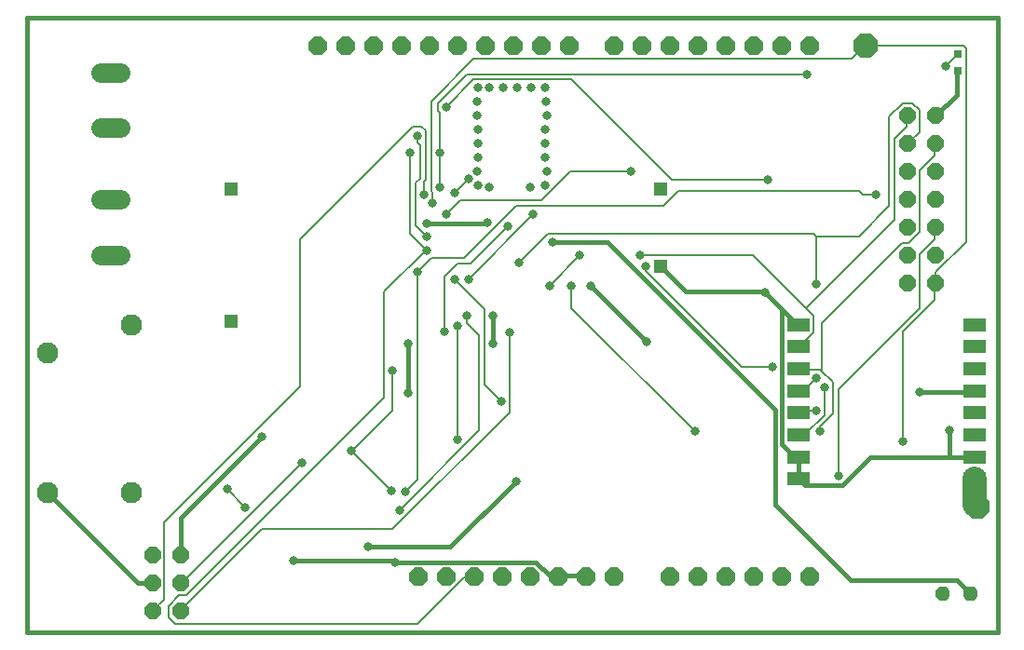
<source format=gtl>
G75*
%MOIN*%
%OFA0B0*%
%FSLAX25Y25*%
%IPPOS*%
%LPD*%
%AMOC8*
5,1,8,0,0,1.08239X$1,22.5*
%
%ADD10C,0.01600*%
%ADD11R,0.03150X0.03150*%
%ADD12R,0.07874X0.05118*%
%ADD13OC8,0.08500*%
%ADD14OC8,0.06600*%
%ADD15C,0.07050*%
%ADD16OC8,0.06000*%
%ADD17C,0.01040*%
%ADD18R,0.05150X0.05150*%
%ADD19C,0.07677*%
%ADD20C,0.03169*%
%ADD21C,0.00800*%
%ADD22C,0.08600*%
D10*
X0001800Y0005000D02*
X0349300Y0005000D01*
X0349300Y0225000D01*
X0001800Y0225000D01*
X0001800Y0005000D01*
X0041662Y0022717D02*
X0009674Y0054705D01*
X0009300Y0054921D01*
X0056918Y0045846D02*
X0056918Y0032559D01*
X0056800Y0032500D01*
X0046800Y0022500D02*
X0046583Y0022717D01*
X0041662Y0022717D01*
X0056918Y0045846D02*
X0085954Y0074882D01*
X0138119Y0090630D02*
X0138119Y0108346D01*
X0168631Y0108346D02*
X0168631Y0118189D01*
X0203572Y0129016D02*
X0223749Y0108839D01*
X0237528Y0127047D02*
X0228670Y0135906D01*
X0228572Y0136063D01*
X0237528Y0127047D02*
X0265580Y0127047D01*
X0266072Y0126555D01*
X0272469Y0120157D01*
X0271977Y0119665D01*
X0271977Y0072421D01*
X0275914Y0068484D01*
X0277391Y0068484D01*
X0277804Y0067815D01*
X0277883Y0067500D01*
X0277883Y0060610D01*
X0277804Y0059941D01*
X0278375Y0059626D01*
X0280343Y0057657D01*
X0293631Y0057657D01*
X0303473Y0067500D01*
X0332017Y0067500D01*
X0332017Y0077343D01*
X0332017Y0067500D02*
X0340383Y0067500D01*
X0340796Y0067815D01*
X0340875Y0067992D01*
X0340383Y0091122D02*
X0321190Y0091122D01*
X0340383Y0091122D02*
X0340796Y0091437D01*
X0277883Y0115236D02*
X0277804Y0115059D01*
X0277391Y0115236D01*
X0272469Y0120157D01*
X0269517Y0084724D02*
X0269517Y0050768D01*
X0296583Y0023701D01*
X0334477Y0023701D01*
X0338906Y0019272D01*
X0339250Y0019016D01*
X0277804Y0059941D02*
X0277883Y0060118D01*
X0269517Y0084724D02*
X0209477Y0144764D01*
X0189792Y0144764D01*
X0166662Y0151654D02*
X0166170Y0151161D01*
X0145009Y0151161D01*
X0176997Y0059134D02*
X0153375Y0035512D01*
X0123847Y0035512D01*
X0133198Y0030591D02*
X0133690Y0030098D01*
X0183887Y0030098D01*
X0188808Y0025177D01*
X0191269Y0025177D01*
X0191800Y0025000D01*
X0192253Y0025177D01*
X0201603Y0025177D01*
X0201800Y0025000D01*
X0133198Y0030591D02*
X0097272Y0030591D01*
X0326800Y0190000D02*
X0327095Y0190039D01*
X0334477Y0197421D01*
X0334477Y0205787D01*
X0334871Y0206063D01*
D11*
X0334871Y0206063D03*
X0334871Y0211969D03*
D12*
X0340796Y0115059D03*
X0340796Y0107185D03*
X0340796Y0099311D03*
X0340796Y0091437D03*
X0340796Y0083563D03*
X0340796Y0075689D03*
X0340796Y0067815D03*
X0340796Y0059941D03*
X0277804Y0059941D03*
X0277804Y0067815D03*
X0277804Y0075689D03*
X0277804Y0083563D03*
X0277804Y0091437D03*
X0277804Y0099311D03*
X0277804Y0107185D03*
X0277804Y0115059D03*
D13*
X0341800Y0050000D03*
X0301800Y0215000D03*
D14*
X0281800Y0215000D03*
X0271800Y0215000D03*
X0261800Y0215000D03*
X0251800Y0215000D03*
X0241800Y0215000D03*
X0231800Y0215000D03*
X0221800Y0215000D03*
X0211800Y0215000D03*
X0195800Y0215000D03*
X0185800Y0215000D03*
X0175800Y0215000D03*
X0165800Y0215000D03*
X0155800Y0215000D03*
X0145800Y0215000D03*
X0135800Y0215000D03*
X0125800Y0215000D03*
X0115800Y0215000D03*
X0105800Y0215000D03*
X0141800Y0025000D03*
X0151800Y0025000D03*
X0161800Y0025000D03*
X0171800Y0025000D03*
X0181800Y0025000D03*
X0191800Y0025000D03*
X0201800Y0025000D03*
X0211800Y0025000D03*
X0231800Y0025000D03*
X0241800Y0025000D03*
X0251800Y0025000D03*
X0261800Y0025000D03*
X0271800Y0025000D03*
X0281800Y0025000D03*
D15*
X0035325Y0140157D02*
X0028275Y0140157D01*
X0028275Y0159843D02*
X0035325Y0159843D01*
X0035325Y0185551D02*
X0028275Y0185551D01*
X0028275Y0205236D02*
X0035325Y0205236D01*
D16*
X0046800Y0032500D03*
X0056800Y0032500D03*
X0056800Y0022500D03*
X0046800Y0022500D03*
X0046800Y0012500D03*
X0056800Y0012500D03*
X0316800Y0130000D03*
X0326800Y0130000D03*
X0326800Y0140000D03*
X0316800Y0140000D03*
X0316800Y0150000D03*
X0326800Y0150000D03*
X0326800Y0160000D03*
X0316800Y0160000D03*
X0316800Y0170000D03*
X0326800Y0170000D03*
X0326800Y0180000D03*
X0316800Y0180000D03*
X0316800Y0190000D03*
X0326800Y0190000D03*
D17*
X0329691Y0017457D02*
X0330211Y0016937D01*
X0328489Y0016937D01*
X0327271Y0018155D01*
X0327271Y0019877D01*
X0328489Y0021095D01*
X0330211Y0021095D01*
X0331429Y0019877D01*
X0331429Y0018155D01*
X0330211Y0016937D01*
X0329888Y0017717D01*
X0328812Y0017717D01*
X0328051Y0018478D01*
X0328051Y0019554D01*
X0328812Y0020315D01*
X0329888Y0020315D01*
X0330649Y0019554D01*
X0330649Y0018478D01*
X0329888Y0017717D01*
X0329565Y0018497D01*
X0329135Y0018497D01*
X0328831Y0018801D01*
X0328831Y0019231D01*
X0329135Y0019535D01*
X0329565Y0019535D01*
X0329869Y0019231D01*
X0329869Y0018801D01*
X0329565Y0018497D01*
X0339591Y0017457D02*
X0340111Y0016937D01*
X0338389Y0016937D01*
X0337171Y0018155D01*
X0337171Y0019877D01*
X0338389Y0021095D01*
X0340111Y0021095D01*
X0341329Y0019877D01*
X0341329Y0018155D01*
X0340111Y0016937D01*
X0339788Y0017717D01*
X0338712Y0017717D01*
X0337951Y0018478D01*
X0337951Y0019554D01*
X0338712Y0020315D01*
X0339788Y0020315D01*
X0340549Y0019554D01*
X0340549Y0018478D01*
X0339788Y0017717D01*
X0339465Y0018497D01*
X0339035Y0018497D01*
X0338731Y0018801D01*
X0338731Y0019231D01*
X0339035Y0019535D01*
X0339465Y0019535D01*
X0339769Y0019231D01*
X0339769Y0018801D01*
X0339465Y0018497D01*
D18*
X0228572Y0136063D03*
X0228572Y0163622D03*
X0075028Y0163622D03*
X0075028Y0116378D03*
D19*
X0039300Y0114921D03*
X0009300Y0104921D03*
X0009300Y0054921D03*
X0039300Y0054921D03*
D20*
X0073650Y0056181D03*
X0080048Y0049783D03*
X0100225Y0065531D03*
X0085954Y0074882D03*
X0117942Y0069961D03*
X0132213Y0055689D03*
X0137135Y0055197D03*
X0135166Y0048799D03*
X0123847Y0035512D03*
X0133690Y0030098D03*
X0097272Y0030591D03*
X0155835Y0073898D03*
X0171583Y0087677D03*
X0168631Y0108346D03*
X0174536Y0112283D03*
X0168631Y0118189D03*
X0159280Y0118189D03*
X0155835Y0114744D03*
X0151406Y0112776D03*
X0138119Y0108346D03*
X0132706Y0098504D03*
X0138119Y0090630D03*
X0176997Y0059134D03*
X0240973Y0076850D03*
X0268532Y0099980D03*
X0284280Y0096043D03*
X0287233Y0092598D03*
X0284280Y0084232D03*
X0285757Y0076850D03*
X0292154Y0061102D03*
X0315284Y0073406D03*
X0332017Y0077343D03*
X0321190Y0091122D03*
X0266072Y0126555D03*
X0284280Y0129508D03*
X0305442Y0161496D03*
X0267056Y0166909D03*
X0221288Y0139843D03*
X0223257Y0135906D03*
X0203572Y0129016D03*
X0196682Y0129016D03*
X0188808Y0129016D03*
X0177981Y0137382D03*
X0189792Y0144764D03*
X0199635Y0139843D03*
X0182902Y0154606D03*
X0174044Y0150177D03*
X0166662Y0151654D03*
X0151898Y0154606D03*
X0146977Y0158543D03*
X0144024Y0161496D03*
X0149438Y0164449D03*
X0154851Y0162480D03*
X0159772Y0167402D03*
X0162824Y0170000D03*
X0163217Y0165000D03*
X0167233Y0164449D03*
X0181800Y0164449D03*
X0187233Y0165000D03*
X0188020Y0170000D03*
X0187233Y0175000D03*
X0187233Y0180000D03*
X0187233Y0185000D03*
X0188020Y0190000D03*
X0187627Y0195000D03*
X0187233Y0200000D03*
X0182233Y0200000D03*
X0177233Y0200000D03*
X0172233Y0200000D03*
X0167233Y0200000D03*
X0163217Y0200000D03*
X0162824Y0195000D03*
X0162824Y0190000D03*
X0163217Y0185000D03*
X0163217Y0180000D03*
X0163217Y0175000D03*
X0149438Y0176752D03*
X0141564Y0182657D03*
X0139103Y0176752D03*
X0151898Y0192992D03*
X0217843Y0169862D03*
X0159772Y0131476D03*
X0154851Y0131476D03*
X0141564Y0133937D03*
X0145009Y0141811D03*
X0145009Y0146732D03*
X0145009Y0151161D03*
X0223749Y0108839D03*
X0280835Y0204803D03*
X0330540Y0207756D03*
D21*
X0334477Y0211693D01*
X0334871Y0211969D01*
X0337922Y0214154D02*
X0336938Y0215138D01*
X0301997Y0215138D01*
X0301800Y0215000D01*
X0301505Y0214646D01*
X0297076Y0210217D01*
X0161741Y0210217D01*
X0146485Y0194961D01*
X0146485Y0162972D01*
X0146977Y0162480D01*
X0146977Y0158543D01*
X0151898Y0154606D02*
X0156820Y0159528D01*
X0185855Y0159528D01*
X0196190Y0169862D01*
X0217843Y0169862D01*
X0232607Y0166909D02*
X0196682Y0202835D01*
X0161741Y0202835D01*
X0151898Y0192992D01*
X0149438Y0191024D02*
X0148946Y0191516D01*
X0148946Y0194469D01*
X0159280Y0204803D01*
X0280835Y0204803D01*
X0310363Y0189547D02*
X0315284Y0194469D01*
X0318729Y0194469D01*
X0321190Y0192008D01*
X0321190Y0184134D01*
X0317253Y0180197D01*
X0316800Y0180000D01*
X0312331Y0181673D02*
X0312331Y0152638D01*
X0280589Y0120896D01*
X0261643Y0139843D01*
X0221288Y0139843D01*
X0223257Y0135906D02*
X0223257Y0134429D01*
X0257706Y0099980D01*
X0268532Y0099980D01*
X0277804Y0099311D02*
X0277883Y0098996D01*
X0285757Y0098996D01*
X0286003Y0098750D01*
X0286249Y0098996D01*
X0286249Y0115728D01*
X0314792Y0144272D01*
X0317253Y0144272D01*
X0321190Y0148209D01*
X0321190Y0170354D01*
X0326603Y0175768D01*
X0326603Y0179705D01*
X0326800Y0180000D01*
X0316761Y0186102D02*
X0312331Y0181673D01*
X0316761Y0186102D02*
X0316761Y0189547D01*
X0316800Y0190000D01*
X0310363Y0189547D02*
X0310363Y0157559D01*
X0299536Y0146732D01*
X0284280Y0146732D01*
X0284280Y0129508D01*
X0280589Y0120896D02*
X0283296Y0118189D01*
X0283296Y0112283D01*
X0277883Y0106870D01*
X0277804Y0107185D01*
X0286003Y0098750D02*
X0290186Y0094567D01*
X0290186Y0083248D01*
X0285757Y0078819D01*
X0285757Y0076850D01*
X0280343Y0075866D02*
X0277883Y0075866D01*
X0277804Y0075689D01*
X0280343Y0075866D02*
X0287233Y0082756D01*
X0287233Y0092598D01*
X0292154Y0092106D02*
X0292154Y0061102D01*
X0315284Y0073406D02*
X0315284Y0112776D01*
X0326603Y0124094D01*
X0326603Y0130000D01*
X0326800Y0130000D01*
X0327095Y0130000D01*
X0327095Y0133937D01*
X0337922Y0144764D01*
X0337922Y0214154D01*
X0267056Y0166909D02*
X0232607Y0166909D01*
X0235068Y0162972D02*
X0229654Y0157559D01*
X0176997Y0157559D01*
X0158296Y0138858D01*
X0146485Y0138858D01*
X0141564Y0133937D01*
X0141564Y0059626D01*
X0137135Y0055197D01*
X0132213Y0055689D02*
X0117942Y0069961D01*
X0118434Y0069961D01*
X0132706Y0084232D01*
X0132706Y0098504D01*
X0129753Y0089154D02*
X0129753Y0127047D01*
X0144517Y0141811D01*
X0145009Y0141811D01*
X0139103Y0147717D01*
X0139103Y0176752D01*
X0142548Y0179213D02*
X0141564Y0180197D01*
X0141564Y0182657D01*
X0144517Y0184626D02*
X0143040Y0186102D01*
X0140087Y0186102D01*
X0099733Y0145748D01*
X0099733Y0093091D01*
X0051013Y0044370D01*
X0051013Y0016811D01*
X0047076Y0012874D01*
X0046800Y0012500D01*
X0052489Y0014350D02*
X0052489Y0010413D01*
X0054950Y0007953D01*
X0141564Y0007953D01*
X0158296Y0024685D01*
X0161741Y0024685D01*
X0161800Y0025000D01*
X0132706Y0041909D02*
X0085954Y0041909D01*
X0056918Y0012874D01*
X0056800Y0012500D01*
X0052489Y0014350D02*
X0056426Y0018287D01*
X0058887Y0018287D01*
X0129753Y0089154D01*
X0155835Y0073898D02*
X0155835Y0114744D01*
X0159280Y0115728D02*
X0163709Y0111299D01*
X0163709Y0077343D01*
X0135166Y0048799D01*
X0132706Y0041909D02*
X0174536Y0083740D01*
X0174536Y0112283D01*
X0165678Y0120650D02*
X0154851Y0131476D01*
X0151406Y0132461D02*
X0155835Y0136890D01*
X0160757Y0136890D01*
X0174044Y0150177D01*
X0182902Y0154606D02*
X0159772Y0131476D01*
X0151406Y0132461D02*
X0151406Y0112776D01*
X0159280Y0115728D02*
X0159280Y0118189D01*
X0165678Y0120650D02*
X0165678Y0093583D01*
X0171583Y0087677D01*
X0196682Y0121142D02*
X0240973Y0076850D01*
X0277804Y0083563D02*
X0277883Y0083740D01*
X0278375Y0084232D01*
X0284280Y0084232D01*
X0279851Y0091614D02*
X0277883Y0091614D01*
X0277804Y0091437D01*
X0279851Y0091614D02*
X0284280Y0096043D01*
X0292154Y0092106D02*
X0321190Y0121142D01*
X0321190Y0140335D01*
X0326603Y0145748D01*
X0326603Y0149685D01*
X0326800Y0150000D01*
X0305442Y0161496D02*
X0301013Y0161496D01*
X0299536Y0162972D01*
X0235068Y0162972D01*
X0199635Y0139843D02*
X0188808Y0129016D01*
X0196682Y0129016D02*
X0196682Y0121142D01*
X0177981Y0137382D02*
X0188316Y0147717D01*
X0283296Y0147717D01*
X0284280Y0146732D01*
X0159772Y0167402D02*
X0154851Y0162480D01*
X0149438Y0164449D02*
X0149438Y0176752D01*
X0149438Y0191024D01*
X0144517Y0184626D02*
X0144517Y0166909D01*
X0144024Y0166417D01*
X0144024Y0161496D01*
X0141072Y0165925D02*
X0141072Y0150669D01*
X0145009Y0146732D01*
X0141072Y0165925D02*
X0142548Y0167402D01*
X0142548Y0179213D01*
X0100225Y0065531D02*
X0056918Y0022224D01*
X0056800Y0022500D01*
X0080048Y0049783D02*
X0073650Y0056181D01*
D22*
X0340796Y0059941D02*
X0340875Y0059626D01*
X0340875Y0050768D01*
X0341367Y0050276D01*
X0341800Y0050000D01*
M02*

</source>
